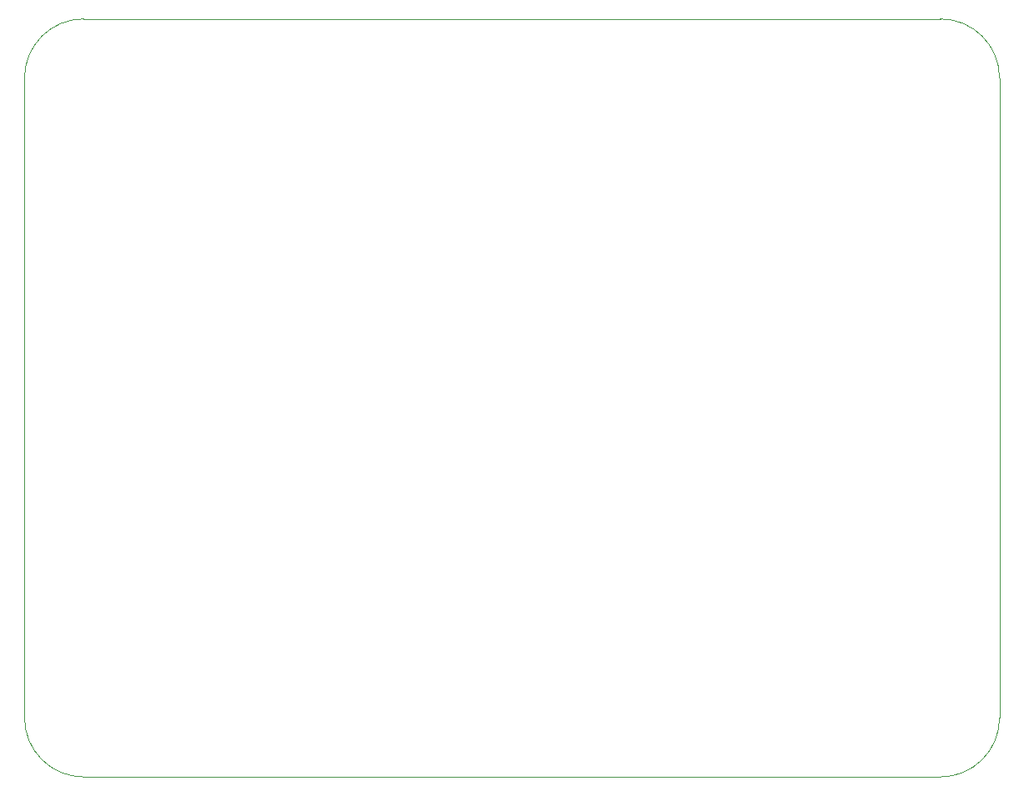
<source format=gbr>
%TF.GenerationSoftware,Altium Limited,Altium Designer,25.1.2 (22)*%
G04 Layer_Color=0*
%FSLAX45Y45*%
%MOMM*%
%TF.SameCoordinates,CB1A417E-7DD8-4276-B15B-71DB2DCBA6F7*%
%TF.FilePolarity,Positive*%
%TF.FileFunction,Profile,NP*%
%TF.Part,Single*%
G01*
G75*
%TA.AperFunction,Profile*%
%ADD94C,0.02540*%
D94*
X-0Y599999D02*
X-1Y7099999D01*
D02*
G02*
X600000Y7699999I600000J0D01*
G01*
X9300000Y7700000D01*
D02*
G02*
X9900000Y7100000I0J-600000D01*
G01*
X9900000Y600000D01*
D02*
G02*
X9300000Y0I-600000J0D01*
G01*
X600000Y-1D01*
D02*
G02*
X-0Y599999I0J600000D01*
G01*
%TF.MD5,a8c063098494b1a5df48dd4e50be182b*%
M02*

</source>
